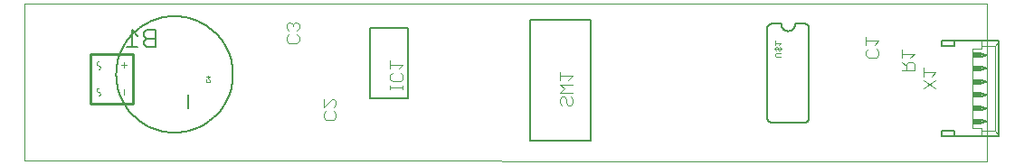
<source format=gbo>
G75*
G70*
%OFA0B0*%
%FSLAX24Y24*%
%IPPOS*%
%LPD*%
%AMOC8*
5,1,8,0,0,1.08239X$1,22.5*
%
%ADD10C,0.0000*%
%ADD11C,0.0050*%
%ADD12C,0.0040*%
%ADD13C,0.0080*%
%ADD14C,0.0020*%
%ADD15R,0.0344X0.0197*%
%ADD16C,0.0100*%
%ADD17C,0.0070*%
%ADD18C,0.0010*%
D10*
X000254Y000496D02*
X000254Y006301D01*
X035707Y006286D01*
X035707Y000480D01*
X000254Y000496D01*
D11*
X018882Y001246D02*
X021106Y001246D01*
X021106Y005695D01*
X018882Y005695D01*
X018882Y001246D01*
D12*
X020067Y002548D02*
X019991Y002624D01*
X019991Y002778D01*
X020067Y002855D01*
X020144Y002855D01*
X020221Y002778D01*
X020221Y002624D01*
X020297Y002548D01*
X020374Y002548D01*
X020451Y002624D01*
X020451Y002778D01*
X020374Y002855D01*
X020451Y003008D02*
X019991Y003008D01*
X020144Y003161D01*
X019991Y003315D01*
X020451Y003315D01*
X020297Y003468D02*
X020451Y003622D01*
X019991Y003622D01*
X019991Y003775D02*
X019991Y003468D01*
X014198Y003510D02*
X014121Y003433D01*
X013814Y003433D01*
X013737Y003510D01*
X013737Y003663D01*
X013814Y003740D01*
X014121Y003740D02*
X014198Y003663D01*
X014198Y003510D01*
X014198Y003279D02*
X014198Y003126D01*
X014198Y003203D02*
X013737Y003203D01*
X013737Y003279D02*
X013737Y003126D01*
X011734Y002705D02*
X011658Y002781D01*
X011581Y002781D01*
X011274Y002475D01*
X011274Y002781D01*
X011734Y002705D02*
X011734Y002551D01*
X011658Y002475D01*
X011658Y002321D02*
X011734Y002244D01*
X011734Y002091D01*
X011658Y002014D01*
X011351Y002014D01*
X011274Y002091D01*
X011274Y002244D01*
X011351Y002321D01*
X003931Y002919D02*
X003931Y003135D01*
X002976Y003181D02*
X002960Y003178D01*
X002946Y003172D01*
X002933Y003163D01*
X002922Y003151D01*
X002914Y003138D01*
X002909Y003123D01*
X002907Y003107D01*
X002909Y003091D01*
X002914Y003076D01*
X002922Y003063D01*
X002933Y003051D01*
X002946Y003042D01*
X002960Y003036D01*
X002976Y003033D01*
X002992Y003030D01*
X003006Y003024D01*
X003019Y003015D01*
X003030Y003003D01*
X003038Y002990D01*
X003043Y002975D01*
X003045Y002959D01*
X003043Y002943D01*
X003038Y002928D01*
X003030Y002915D01*
X003019Y002903D01*
X003006Y002894D01*
X002992Y002888D01*
X002976Y002885D01*
X003931Y003919D02*
X003931Y004135D01*
X004029Y004027D02*
X003823Y004027D01*
X002976Y004017D02*
X002960Y004020D01*
X002946Y004026D01*
X002933Y004035D01*
X002922Y004047D01*
X002914Y004060D01*
X002909Y004075D01*
X002907Y004091D01*
X002909Y004107D01*
X002914Y004122D01*
X002922Y004135D01*
X002933Y004147D01*
X002946Y004156D01*
X002960Y004162D01*
X002976Y004165D01*
X002976Y004017D02*
X002992Y004014D01*
X003006Y004008D01*
X003019Y003999D01*
X003030Y003987D01*
X003038Y003974D01*
X003043Y003959D01*
X003045Y003943D01*
X003043Y003927D01*
X003038Y003912D01*
X003030Y003899D01*
X003019Y003887D01*
X003006Y003878D01*
X002992Y003872D01*
X002976Y003869D01*
X009912Y004926D02*
X009989Y004849D01*
X010295Y004849D01*
X010372Y004926D01*
X010372Y005079D01*
X010295Y005156D01*
X009989Y005156D02*
X009912Y005079D01*
X009912Y004926D01*
X009989Y005310D02*
X009912Y005386D01*
X009912Y005540D01*
X009989Y005617D01*
X010065Y005617D01*
X010142Y005540D01*
X010142Y005463D01*
X010142Y005540D02*
X010219Y005617D01*
X010295Y005617D01*
X010372Y005540D01*
X010372Y005386D01*
X010295Y005310D01*
X013737Y004200D02*
X013737Y003893D01*
X014044Y003893D02*
X014198Y004047D01*
X013737Y004047D01*
X031267Y004391D02*
X031267Y004544D01*
X031344Y004621D01*
X031651Y004621D02*
X031727Y004544D01*
X031727Y004391D01*
X031651Y004314D01*
X031344Y004314D01*
X031267Y004391D01*
X032595Y004447D02*
X033056Y004447D01*
X032902Y004293D01*
X032595Y004293D02*
X032595Y004600D01*
X031727Y004928D02*
X031574Y004775D01*
X031267Y004775D02*
X031267Y005081D01*
X031267Y004928D02*
X031727Y004928D01*
X032595Y004140D02*
X032749Y003986D01*
X033376Y003924D02*
X033376Y003617D01*
X033683Y003617D02*
X033836Y003771D01*
X033376Y003771D01*
X033056Y003833D02*
X033056Y004063D01*
X032979Y004140D01*
X032825Y004140D01*
X032749Y004063D01*
X032749Y003833D01*
X032595Y003833D02*
X033056Y003833D01*
X033376Y003464D02*
X033836Y003157D01*
X033836Y003464D02*
X033376Y003157D01*
D13*
X035518Y002971D02*
X035715Y002921D01*
X035518Y002872D01*
X035518Y002478D02*
X035715Y002429D01*
X035518Y002380D01*
X035518Y001986D02*
X035715Y001937D01*
X035518Y001888D01*
X034534Y001593D02*
X034041Y001593D01*
X034041Y001386D01*
X036158Y001386D01*
X036158Y001445D01*
X036158Y004890D01*
X036158Y004949D01*
X034041Y004949D01*
X034041Y004742D01*
X034534Y004742D01*
X034534Y004939D01*
X035518Y004447D02*
X035715Y004398D01*
X035518Y004349D01*
X035518Y003955D02*
X035715Y003906D01*
X035518Y003856D01*
X035518Y003463D02*
X035715Y003413D01*
X035518Y003364D01*
X029160Y002025D02*
X029155Y002005D01*
X029147Y001986D01*
X029136Y001968D01*
X029123Y001952D01*
X029107Y001939D01*
X029090Y001928D01*
X029071Y001920D01*
X029051Y001915D01*
X029030Y001913D01*
X029009Y001914D01*
X029010Y001914D02*
X027777Y001914D01*
X027754Y001916D01*
X027731Y001921D01*
X027709Y001930D01*
X027689Y001943D01*
X027671Y001958D01*
X027656Y001976D01*
X027643Y001996D01*
X027634Y002018D01*
X027629Y002041D01*
X027627Y002064D01*
X027627Y005404D01*
X027627Y005405D02*
X027632Y005429D01*
X027640Y005452D01*
X027651Y005473D01*
X027665Y005493D01*
X027682Y005511D01*
X027701Y005526D01*
X027722Y005539D01*
X027744Y005548D01*
X027768Y005554D01*
X027792Y005556D01*
X027817Y005555D01*
X027821Y005554D02*
X028153Y005554D01*
X028153Y005534D02*
X028155Y005504D01*
X028160Y005474D01*
X028169Y005445D01*
X028182Y005418D01*
X028197Y005392D01*
X028216Y005368D01*
X028237Y005347D01*
X028261Y005328D01*
X028287Y005313D01*
X028314Y005300D01*
X028343Y005291D01*
X028373Y005286D01*
X028403Y005284D01*
X028433Y005286D01*
X028463Y005291D01*
X028492Y005300D01*
X028519Y005313D01*
X028545Y005328D01*
X028569Y005347D01*
X028590Y005368D01*
X028609Y005392D01*
X028624Y005418D01*
X028637Y005445D01*
X028646Y005474D01*
X028651Y005504D01*
X028653Y005534D01*
X028653Y005554D02*
X029049Y005554D01*
X029049Y005555D02*
X029069Y005550D01*
X029088Y005542D01*
X029106Y005531D01*
X029122Y005518D01*
X029135Y005502D01*
X029146Y005485D01*
X029154Y005466D01*
X029159Y005446D01*
X029161Y005425D01*
X029160Y005404D01*
X029160Y002025D01*
X034534Y001593D02*
X034534Y001396D01*
X014397Y002816D02*
X014397Y005396D01*
X012997Y005396D01*
X012997Y002816D01*
X014397Y002816D01*
X006286Y002930D02*
X006286Y002430D01*
X003636Y003680D02*
X003639Y003785D01*
X003646Y003891D01*
X003659Y003995D01*
X003677Y004099D01*
X003700Y004202D01*
X003729Y004304D01*
X003762Y004404D01*
X003800Y004503D01*
X003842Y004599D01*
X003890Y004694D01*
X003942Y004785D01*
X003998Y004874D01*
X004059Y004961D01*
X004124Y005044D01*
X004193Y005124D01*
X004266Y005200D01*
X004342Y005273D01*
X004422Y005342D01*
X004505Y005407D01*
X004592Y005468D01*
X004681Y005524D01*
X004772Y005576D01*
X004867Y005624D01*
X004963Y005666D01*
X005062Y005704D01*
X005162Y005737D01*
X005264Y005766D01*
X005367Y005789D01*
X005471Y005807D01*
X005575Y005820D01*
X005681Y005827D01*
X005786Y005830D01*
X005891Y005827D01*
X005997Y005820D01*
X006101Y005807D01*
X006205Y005789D01*
X006308Y005766D01*
X006410Y005737D01*
X006510Y005704D01*
X006609Y005666D01*
X006705Y005624D01*
X006800Y005576D01*
X006891Y005524D01*
X006980Y005468D01*
X007067Y005407D01*
X007150Y005342D01*
X007230Y005273D01*
X007306Y005200D01*
X007379Y005124D01*
X007448Y005044D01*
X007513Y004961D01*
X007574Y004874D01*
X007630Y004785D01*
X007682Y004694D01*
X007730Y004599D01*
X007772Y004503D01*
X007810Y004404D01*
X007843Y004304D01*
X007872Y004202D01*
X007895Y004099D01*
X007913Y003995D01*
X007926Y003891D01*
X007933Y003785D01*
X007936Y003680D01*
X007933Y003575D01*
X007926Y003469D01*
X007913Y003365D01*
X007895Y003261D01*
X007872Y003158D01*
X007843Y003056D01*
X007810Y002956D01*
X007772Y002857D01*
X007730Y002761D01*
X007682Y002666D01*
X007630Y002575D01*
X007574Y002486D01*
X007513Y002399D01*
X007448Y002316D01*
X007379Y002236D01*
X007306Y002160D01*
X007230Y002087D01*
X007150Y002018D01*
X007067Y001953D01*
X006980Y001892D01*
X006891Y001836D01*
X006800Y001784D01*
X006705Y001736D01*
X006609Y001694D01*
X006510Y001656D01*
X006410Y001623D01*
X006308Y001594D01*
X006205Y001571D01*
X006101Y001553D01*
X005997Y001540D01*
X005891Y001533D01*
X005786Y001530D01*
X005681Y001533D01*
X005575Y001540D01*
X005471Y001553D01*
X005367Y001571D01*
X005264Y001594D01*
X005162Y001623D01*
X005062Y001656D01*
X004963Y001694D01*
X004867Y001736D01*
X004772Y001784D01*
X004681Y001836D01*
X004592Y001892D01*
X004505Y001953D01*
X004422Y002018D01*
X004342Y002087D01*
X004266Y002160D01*
X004193Y002236D01*
X004124Y002316D01*
X004059Y002399D01*
X003998Y002486D01*
X003942Y002575D01*
X003890Y002666D01*
X003842Y002761D01*
X003800Y002857D01*
X003762Y002956D01*
X003729Y003056D01*
X003700Y003158D01*
X003677Y003261D01*
X003659Y003365D01*
X003646Y003469D01*
X003639Y003575D01*
X003636Y003680D01*
D14*
X027877Y004626D02*
X028170Y004626D01*
X028134Y004662D02*
X028097Y004699D01*
X028134Y004662D02*
X028134Y004589D01*
X028097Y004552D01*
X028060Y004552D01*
X028023Y004589D01*
X028023Y004662D01*
X027987Y004699D01*
X027950Y004699D01*
X027913Y004662D01*
X027913Y004589D01*
X027950Y004552D01*
X027950Y004478D02*
X028134Y004478D01*
X027950Y004478D02*
X027913Y004441D01*
X027913Y004368D01*
X027950Y004331D01*
X028134Y004331D01*
X028060Y004773D02*
X028134Y004847D01*
X027913Y004847D01*
X027913Y004920D02*
X027913Y004773D01*
X035173Y004644D02*
X035518Y004644D01*
X035518Y004742D01*
X036010Y004742D01*
X036158Y004890D01*
X036010Y004742D02*
X036010Y001593D01*
X036158Y001445D01*
X036010Y001593D02*
X035518Y001593D01*
X035518Y001691D01*
X035173Y001691D01*
X035173Y004644D01*
X035518Y004742D02*
X035518Y004939D01*
X035518Y001593D02*
X035518Y001396D01*
D15*
X035346Y001937D03*
X035346Y002429D03*
X035346Y002921D03*
X035346Y003413D03*
X035346Y003906D03*
X035346Y004398D03*
D16*
X004246Y004440D02*
X004246Y002610D01*
X002691Y002610D01*
X002691Y004440D01*
X004246Y004440D01*
D17*
X004222Y004696D02*
X004222Y005326D01*
X004432Y005116D01*
X004657Y005116D02*
X004762Y005011D01*
X005077Y005011D01*
X004762Y005011D02*
X004657Y004906D01*
X004657Y004801D01*
X004762Y004696D01*
X005077Y004696D01*
X005077Y005326D01*
X004762Y005326D01*
X004657Y005221D01*
X004657Y005116D01*
X004432Y004696D02*
X004012Y004696D01*
D18*
X006941Y003607D02*
X007091Y003607D01*
X007016Y003532D01*
X007016Y003632D01*
X006966Y003485D02*
X006941Y003460D01*
X006941Y003410D01*
X006966Y003385D01*
X007066Y003385D01*
X007091Y003410D01*
X007091Y003460D01*
X007066Y003485D01*
M02*

</source>
